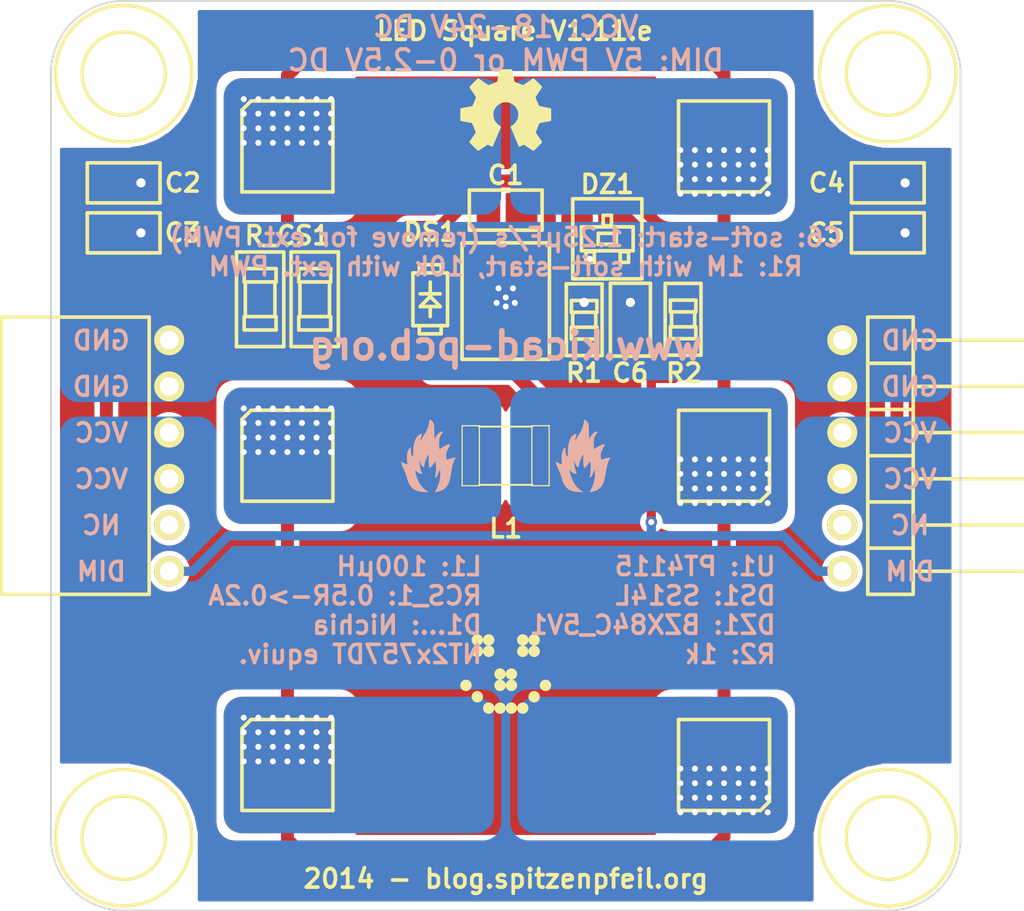
<source format=kicad_pcb>
(kicad_pcb (version 3) (host pcbnew "(2014-03-06 BZR 4736)-product")
  (title_block (title "LED-Square PT4115") (date "07 Mar 2014") (rev 1.11.e) (company "2014 - blog.spitzenpfeil.org"))
  (layers (15 Front signal) (0 Back signal) (20 B.SilkS user) (21 F.SilkS user) (22 B.Mask user) (23 F.Mask user) (28 Edge.Cuts user))
  (net 0 "")
  (net 1 /CSN)
  (net 2 /D1HS)
  (net 3 /D2HS)
  (net 4 /D3HS)
  (net 5 /D4HS)
  (net 6 /D5HS)
  (net 7 /D6HS)
  (net 8 /DIM)
  (net 9 /SW)
  (net 10 /_dim)
  (net 11 GND)
  (net 12 "Net-(P1-Pad5)")
  (net 13 "Net-(P2-Pad2)")
  (net 14 VCC)
  (module MADW__SOT89-5 (layer Front) (at 87 111.5)
    (fp_text reference U1 hide)
    (fp_text value PT4115-SOT89-5 hide)
    (pad 1 smd rect (at -1.50114 1.89992) (size 0.70104 1.6002) (layers Front F.Mask) (net 9 /SW) (clearance 0.39878))
    (pad 2 smd rect (at 0 1.6002) (size 1.00076 2.19964) (layers Front F.Mask) (net 11 GND) (clearance 0.39878))
    (pad 3 smd rect (at 1.50114 1.89992) (size 0.70104 1.6002) (layers Front F.Mask) (net 10 /_dim) (clearance 0.39878))
    (pad 4 smd rect (at 1.50114 -1.89992) (size 0.70104 1.6002) (layers Front F.Mask) (net 1 /CSN))
    (pad 5 smd rect (at -1.50114 -1.89992) (size 0.70104 1.6002) (layers Front F.Mask) (net 14 VCC))
    (pad 2 smd rect (at 0 -1.00076) (size 1.80086 3.40106) (layers Front F.Mask) (net 11 GND) (clearance 0.20066))
    (pad 2 thru_hole rect (at -0.50038 0.09906) (size 0.635 0.635) (drill 0.3302) (layers *.Cu F.Mask) (net 11 GND))
    (pad 2 thru_hole rect (at 0.50038 0.09906) (size 0.635 0.635) (drill 0.3302) (layers *.Cu F.Mask) (net 11 GND))
    (pad 2 thru_hole rect (at 0.39878 -0.70104) (size 0.635 0.635) (drill 0.3302) (layers *.Cu F.Mask) (net 11 GND))
    (pad 2 thru_hole rect (at -0.39878 -0.70104) (size 0.635 0.635) (drill 0.3302) (layers *.Cu F.Mask) (net 11 GND))
    (pad 2 thru_hole rect (at 0 -0.20066) (size 0.635 0.635) (drill 0.3302) (layers *.Cu F.Mask) (net 11 GND))
    (pad 2 thru_hole rect (at 0 0.29972) (size 0.635 0.635) (drill 0.3302) (layers *.Cu F.Mask) (net 11 GND))
  )
  (module my_parts:MADW__Nichia-NT2x757DT (layer Front) (at 75.00112 119.99976 270)
    (fp_text reference D6 hide)
    (fp_text value LED hide)
    (pad 2 smd rect (at -0.63 0 270) (size 1.53 2.3) (layers Front F.Mask) (net 7 /D6HS))
    (pad 2 smd rect (at -1.69 0 270) (size 0.7 3.15) (layers Front F.Mask) (net 7 /D6HS))
    (pad 1 smd rect (at 1.1 0 270) (size 0.58 2.3) (layers Front F.Mask) (net 6 /D5HS))
    (pad 1 smd rect (at 1.68 0 270) (size 0.7 3.15) (layers Front F.Mask) (net 6 /D5HS))
  )
  (module my_parts:MADW__R0805 (layer Front) (at 96.75 112.5 90)
    (fp_text reference R2 (at -2.95 0.05 180) (layer F.SilkS) (effects (font (thickness 0.2))))
    (fp_text value 1k hide)
    (pad 1 smd rect (at -0.94996 0 90) (size 1.29794 1.4986) (layers Front F.Mask) (net 8 /DIM))
    (pad 2 smd rect (at 0.94996 0 90) (size 1.29794 1.4986) (layers Front F.Mask) (net 10 /_dim))
  )
  (module -L1812 (layer Front) (at 87.00008 119.99976 180)
    (fp_text reference L1 (at 0.00008 -4.00024 180) (layer F.SilkS) (effects (font (size 1.016 1.016) (thickness 0.2032))))
    (fp_text value 100µH hide)
    (pad 1 smd rect (at -1.94818 0 180) (size 2.49936 4.50088) (layers Front F.Mask) (net 9 /SW))
    (pad 2 smd rect (at 1.94818 0 180) (size 2.49936 4.50088) (layers Front F.Mask) (net 7 /D6HS))
  )
  (module MADW__edge-connector_SIL6_female (layer Front) (at 68.50126 119.99976)
    (fp_text reference P1 hide)
    (fp_text value IN hide)
    (pad 3 thru_hole circle (at 0 -1.27) (size 1.651 1.651) (drill 1.016) (layers *.Cu *.Mask F.SilkS) (net 14 VCC))
    (pad 4 thru_hole circle (at 0 1.27) (size 1.651 1.651) (drill 1.016) (layers *.Cu *.Mask F.SilkS) (net 14 VCC))
    (pad 2 thru_hole circle (at 0 -3.81) (size 1.651 1.651) (drill 1.016) (layers *.Cu *.Mask F.SilkS) (net 11 GND))
    (pad 1 thru_hole circle (at 0 -6.35) (size 1.651 1.651) (drill 1.016) (layers *.Cu *.Mask F.SilkS) (net 11 GND))
    (pad 5 thru_hole circle (at 0 3.81) (size 1.651 1.651) (drill 1.016) (layers *.Cu *.Mask F.SilkS) (net 12 "Net-(P1-Pad5)"))
    (pad 6 thru_hole circle (at 0 6.35) (size 1.651 1.651) (drill 1.016) (layers *.Cu *.Mask F.SilkS) (net 8 /DIM))
  )
  (module MADW__edge-connector_SIL6_male (layer Front) (at 105.4989 119.99976 180)
    (fp_text reference P2 hide)
    (fp_text value OUT hide)
    (pad 3 thru_hole circle (at 0 -1.27 180) (size 1.651 1.651) (drill 1.016) (layers *.Cu *.Mask F.SilkS) (net 14 VCC))
    (pad 4 thru_hole circle (at 0 1.27 180) (size 1.651 1.651) (drill 1.016) (layers *.Cu *.Mask F.SilkS) (net 14 VCC))
    (pad 2 thru_hole circle (at 0 -3.81 180) (size 1.651 1.651) (drill 1.016) (layers *.Cu *.Mask F.SilkS) (net 13 "Net-(P2-Pad2)"))
    (pad 1 thru_hole circle (at 0 -6.35 180) (size 1.651 1.651) (drill 1.016) (layers *.Cu *.Mask F.SilkS) (net 8 /DIM))
    (pad 5 thru_hole circle (at 0 3.81 180) (size 1.651 1.651) (drill 1.016) (layers *.Cu *.Mask F.SilkS) (net 11 GND))
    (pad 6 thru_hole circle (at 0 6.35 180) (size 1.651 1.651) (drill 1.016) (layers *.Cu *.Mask F.SilkS) (net 11 GND))
  )
  (module MADW__mounting_hole_3mm (layer Front) (at 108.0008 98.99904)
    (fp_text reference MH2 hide)
    (fp_text value CONN_1 hide)
    (pad "" np_thru_hole circle (at 0 0) (size 3 3) (drill 3) (layers *.Cu *.Mask F.SilkS) (clearance 2.55))
  )
  (module MADW__mounting_hole_3mm (layer Front) (at 65.99936 141.00048)
    (fp_text reference MH4 hide)
    (fp_text value CONN_1 hide)
    (pad "" np_thru_hole circle (at 0 0) (size 3 3) (drill 3) (layers *.Cu *.Mask F.SilkS) (clearance 2.55))
  )
  (module MADW__mounting_hole_3mm (layer Front) (at 108.0008 141.00048)
    (fp_text reference MH3 hide)
    (fp_text value CONN_1 hide)
    (pad "" np_thru_hole circle (at 0 0) (size 3 3) (drill 3) (layers *.Cu *.Mask F.SilkS) (clearance 2.55))
  )
  (module MADW__mounting_hole_3mm (layer Front) (at 65.99936 98.99904)
    (fp_text reference MH1 hide)
    (fp_text value CONN_1 hide)
    (pad "" np_thru_hole circle (at 0 0) (size 3 3) (drill 3) (layers *.Cu *.Mask F.SilkS) (clearance 2.55))
  )
  (module my_parts:MADW__diode_sub-SMA (layer Front) (at 82.85 111.4 90)
    (fp_text reference DS1 (at 3.7 0 180) (layer F.SilkS) (effects (font (thickness 0.2))))
    (fp_text value "SS14L (40V, 1A)" hide)
    (pad 1 smd rect (at -1.7 0 90) (size 1.8 1.8) (layers Front F.Mask) (net 9 /SW))
    (pad 2 smd rect (at 1.7 0 90) (size 1.8 1.8) (layers Front F.Mask) (net 14 VCC))
  )
  (module my_parts:MADW__C0805 (layer Front) (at 87 106.5)
    (fp_text reference C1 (at 0 -1.92) (layer F.SilkS) (effects (font (thickness 0.2))))
    (fp_text value 10µF hide)
    (pad 1 smd rect (at -0.94996 0) (size 1.29794 1.4986) (layers Front F.Mask) (net 14 VCC))
    (pad 2 smd rect (at 0.94996 0) (size 1.29794 1.4986) (layers Front F.Mask) (net 11 GND))
  )
  (module my_parts:MADW__SOT23 (layer Front) (at 92.583 108.077)
    (fp_text reference DZ1 (at 0 -3) (layer F.SilkS) (effects (font (thickness 0.2))))
    (fp_text value BZX84C_5V1 hide)
    (pad 1 smd rect (at -0.95 1.1) (size 1 1.4) (layers Front F.Mask) (net 11 GND))
    (pad 2 smd rect (at 0.95 1.1) (size 0.8 1) (layers Front F.Mask))
    (pad 3 smd rect (at 0 -1.1) (size 1 1.4) (layers Front F.Mask) (net 10 /_dim))
  )
  (module my_parts:MADW__C0805 (layer Front) (at 108.0008 107.74934)
    (fp_text reference C5 (at -3.3508 0.00066) (layer F.SilkS) (effects (font (thickness 0.2))))
    (fp_text value 10µF hide)
    (pad 1 smd rect (at -0.94996 0) (size 1.29794 1.4986) (layers Front F.Mask) (net 14 VCC))
    (pad 2 smd rect (at 0.94996 0) (size 1.29794 1.4986) (layers Front F.Mask) (net 11 GND))
  )
  (module my_parts:MADW__C0805 (layer Front) (at 108.0008 105.00106)
    (fp_text reference C4 (at -3.3508 -0.00106) (layer F.SilkS) (effects (font (thickness 0.2))))
    (fp_text value 10µF hide)
    (pad 1 smd rect (at -0.94996 0) (size 1.29794 1.4986) (layers Front F.Mask) (net 14 VCC))
    (pad 2 smd rect (at 0.94996 0) (size 1.29794 1.4986) (layers Front F.Mask) (net 11 GND))
  )
  (module my_parts:MADW__C0805 (layer Front) (at 65.99936 107.74934)
    (fp_text reference C3 (at 3.25064 0.00066) (layer F.SilkS) (effects (font (thickness 0.2))))
    (fp_text value 10µF hide)
    (pad 1 smd rect (at -0.94996 0) (size 1.29794 1.4986) (layers Front F.Mask) (net 14 VCC))
    (pad 2 smd rect (at 0.94996 0) (size 1.29794 1.4986) (layers Front F.Mask) (net 11 GND))
  )
  (module my_parts:MADW__C0805 (layer Front) (at 65.99936 105.00106)
    (fp_text reference C2 (at 3.25064 -0.00106) (layer F.SilkS) (effects (font (thickness 0.2))))
    (fp_text value 10µF hide)
    (pad 1 smd rect (at -0.94996 0) (size 1.29794 1.4986) (layers Front F.Mask) (net 14 VCC))
    (pad 2 smd rect (at 0.94996 0) (size 1.29794 1.4986) (layers Front F.Mask) (net 11 GND))
  )
  (module my_parts:MADW__Nichia-NT2x757DT (layer Front) (at 75.00112 136.99998 270)
    (fp_text reference D5 hide)
    (fp_text value LED hide)
    (pad 2 smd rect (at -0.63 0 270) (size 1.53 2.3) (layers Front F.Mask) (net 6 /D5HS))
    (pad 2 smd rect (at -1.69 0 270) (size 0.7 3.15) (layers Front F.Mask) (net 6 /D5HS))
    (pad 1 smd rect (at 1.1 0 270) (size 0.58 2.3) (layers Front F.Mask) (net 5 /D4HS))
    (pad 1 smd rect (at 1.68 0 270) (size 0.7 3.15) (layers Front F.Mask) (net 5 /D4HS))
  )
  (module my_parts:MADW__Nichia-NT2x757DT (layer Front) (at 98.99904 102.99954 90)
    (fp_text reference D2 hide)
    (fp_text value LED hide)
    (pad 2 smd rect (at -0.63 0 90) (size 1.53 2.3) (layers Front F.Mask) (net 3 /D2HS))
    (pad 2 smd rect (at -1.69 0 90) (size 0.7 3.15) (layers Front F.Mask) (net 3 /D2HS))
    (pad 1 smd rect (at 1.1 0 90) (size 0.58 2.3) (layers Front F.Mask) (net 2 /D1HS))
    (pad 1 smd rect (at 1.68 0 90) (size 0.7 3.15) (layers Front F.Mask) (net 2 /D1HS))
  )
  (module my_parts:MADW__Nichia-NT2x757DT (layer Front) (at 98.99904 136.99998 90)
    (fp_text reference D4 hide)
    (fp_text value LED hide)
    (pad 2 smd rect (at -0.63 0 90) (size 1.53 2.3) (layers Front F.Mask) (net 5 /D4HS))
    (pad 2 smd rect (at -1.69 0 90) (size 0.7 3.15) (layers Front F.Mask) (net 5 /D4HS))
    (pad 1 smd rect (at 1.1 0 90) (size 0.58 2.3) (layers Front F.Mask) (net 4 /D3HS))
    (pad 1 smd rect (at 1.68 0 90) (size 0.7 3.15) (layers Front F.Mask) (net 4 /D3HS))
  )
  (module my_parts:MADW__Nichia-NT2x757DT (layer Front) (at 98.99904 119.99976 90)
    (fp_text reference D3 hide)
    (fp_text value LED hide)
    (pad 2 smd rect (at -0.63 0 90) (size 1.53 2.3) (layers Front F.Mask) (net 4 /D3HS))
    (pad 2 smd rect (at -1.69 0 90) (size 0.7 3.15) (layers Front F.Mask) (net 4 /D3HS))
    (pad 1 smd rect (at 1.1 0 90) (size 0.58 2.3) (layers Front F.Mask) (net 3 /D2HS))
    (pad 1 smd rect (at 1.68 0 90) (size 0.7 3.15) (layers Front F.Mask) (net 3 /D2HS))
  )
  (module my_parts:MADW__Nichia-NT2x757DT (layer Front) (at 75.00112 102.99954 270)
    (fp_text reference D1 hide)
    (fp_text value LED hide)
    (pad 2 smd rect (at -0.63 0 270) (size 1.53 2.3) (layers Front F.Mask) (net 2 /D1HS))
    (pad 2 smd rect (at -1.69 0 270) (size 0.7 3.15) (layers Front F.Mask) (net 2 /D1HS))
    (pad 1 smd rect (at 1.1 0 270) (size 0.58 2.3) (layers Front F.Mask) (net 1 /CSN))
    (pad 1 smd rect (at 1.68 0 270) (size 0.7 3.15) (layers Front F.Mask) (net 1 /CSN))
  )
  (module my_parts:MADW__C0805 (layer Front) (at 93.853 112.522 90)
    (fp_text reference C6 (at -2.928 -0.003 180) (layer F.SilkS) (effects (font (thickness 0.2))))
    (fp_text value 1.25µF/s hide)
    (pad 1 smd rect (at -0.94996 0 90) (size 1.29794 1.4986) (layers Front F.Mask) (net 10 /_dim))
    (pad 2 smd rect (at 0.94996 0 90) (size 1.29794 1.4986) (layers Front F.Mask) (net 11 GND))
  )
  (module my_parts:MADW__R0805 (layer Front) (at 91.313 112.522 90)
    (fp_text reference R1 (at -2.928 -0.013 180) (layer F.SilkS) (effects (font (thickness 0.2))))
    (fp_text value 1M hide)
    (pad 1 smd rect (at -0.94996 0 90) (size 1.29794 1.4986) (layers Front F.Mask) (net 10 /_dim))
    (pad 2 smd rect (at 0.94996 0 90) (size 1.29794 1.4986) (layers Front F.Mask) (net 11 GND))
  )
  (module oshw-logo:OSHW-logo_silkscreen_5mm (layer Front) (at 87 101)
    (fp_text reference G1 hide)
    (fp_text value OSHW-logo_silkscreen_5mm hide)
  )
  (module led-smile:LED_smile_silkscreen_5mm (layer Front) (at 87 132)
    (fp_text reference G2 hide)
    (fp_text value LED_smile_silkscreen_5mm hide)
  )
  (module my_parts:MADW__R1206 (layer Front) (at 73.5 111.4 90)
    (fp_text reference R_CS1 (at 3.5 1.5 180) (layer F.SilkS) (effects (font (thickness 0.2))))
    (fp_text value 1R1 hide)
    (pad 1 smd rect (at -1.41986 0 90) (size 1.59766 1.80086) (layers Front F.Mask) (net 14 VCC))
    (pad 2 smd rect (at 1.41986 0 90) (size 1.59766 1.80086) (layers Front F.Mask) (net 1 /CSN))
  )
  (module my_parts:MADW__R1206 (layer Front) (at 76.5 111.4 90)
    (fp_text reference R_CS2 hide)
    (fp_text value 1R1 hide)
    (pad 1 smd rect (at -1.41986 0 90) (size 1.59766 1.80086) (layers Front F.Mask) (net 14 VCC))
    (pad 2 smd rect (at 1.41986 0 90) (size 1.59766 1.80086) (layers Front F.Mask) (net 1 /CSN))
  )
  (module fire:fire_silkscreen-back_4mm (layer Back) (at 91.25 120)
    (fp_text reference G*** hide)
    (fp_text value fire_silkscreen-back_4mm hide)
  )
  (module fire:fire_silkscreen-back_4mm (layer Back) (at 82.75 120)
    (fp_text reference G*** hide)
    (fp_text value fire_silkscreen-back_4mm hide)
  )
  (gr_text "C6: soft-start: 1.25µF/s (remove for ext. PWM)\nR1: 1M with soft-start, 10k with ext. PWM" (at 87 108.8) (layer B.SilkS) (effects (font (size 1 1) (thickness 0.2)) (justify mirror)))
  (gr_line (start 66 95) (end 108 95) (angle 90) (layer Edge.Cuts) (width 0.1))
  (gr_line (start 66 145) (end 108 145) (angle 90) (layer Edge.Cuts) (width 0.1))
  (gr_line (start 62 141) (end 62 99) (angle 90) (layer Edge.Cuts) (width 0.1))
  (gr_line (start 112 99) (end 112 141) (angle 90) (layer Edge.Cuts) (width 0.1))
  (gr_arc (start 108 141) (end 112 141) (angle 90) (layer Edge.Cuts) (width 0.1))
  (gr_arc (start 66 141) (end 66 145) (angle 90) (layer Edge.Cuts) (width 0.1))
  (gr_arc (start 108 99) (end 108 95) (angle 90) (layer Edge.Cuts) (width 0.1))
  (gr_arc (start 66 99) (end 62 99) (angle 90) (layer Edge.Cuts) (width 0.1))
  (gr_text "L1: 100µH\nRCS_1: 0.5R->0.2A\nD1...: Nichia \nNT2x757DT equiv." (at 85.8 128.5) (layer B.SilkS) (effects (font (size 1 1) (thickness 0.2)) (justify left mirror)))
  (gr_text "U1: PT4115\nDS1: SS14L\nDZ1: BZX84C_5V1\nR2: 1k" (at 101.95 128.5) (layer B.SilkS) (effects (font (size 1 1) (thickness 0.2)) (justify left mirror)))
  (gr_text "2014 - blog.spitzenpfeil.org" (at 87 143.25) (layer F.SilkS) (effects (font (size 1.016 1.016) (thickness 0.2032))))
  (gr_text www.kicad-pcb.org (at 87 113.95) (layer B.SilkS) (effects (font (size 1.5 1.5) (thickness 0.3048)) (justify mirror)))
  (gr_circle (center 108.0008 141.00048) (end 111.74984 141.2494) (layer F.SilkS) (width 0.2))
  (gr_circle (center 108.0008 98.99904) (end 111.74984 98.99904) (layer F.SilkS) (width 0.2))
  (gr_circle (center 65.99936 141.00048) (end 62.25032 141.00048) (layer F.SilkS) (width 0.2))
  (gr_circle (center 65.99936 98.99904) (end 62.25032 98.99904) (layer F.SilkS) (width 0.2))
  (gr_text "LED Square V1.11.e\n" (at 87.5 96.65) (layer F.SilkS) (effects (font (size 1.016 1.016) (thickness 0.2032))))
  (gr_text GND (at 109.22 113.665) (layer B.SilkS) (effects (font (size 1.016 1.016) (thickness 0.2032)) (justify mirror)))
  (gr_text VCC (at 109.22 118.745) (layer B.SilkS) (effects (font (size 1.016 1.016) (thickness 0.2032)) (justify mirror)))
  (gr_text GND (at 109.22 116.205) (layer B.SilkS) (effects (font (size 1.016 1.016) (thickness 0.2032)) (justify mirror)))
  (gr_text VCC (at 109.22 121.285) (layer B.SilkS) (effects (font (size 1.016 1.016) (thickness 0.2032)) (justify mirror)))
  (gr_text DIM (at 109.22 126.365) (layer B.SilkS) (effects (font (size 1.016 1.016) (thickness 0.2032)) (justify mirror)))
  (gr_text NC (at 109.22 123.825) (layer B.SilkS) (effects (font (size 1.016 1.016) (thickness 0.2032)) (justify mirror)))
  (gr_text "VCC: 18-24V DC\nDIM: 5V PWM or 0-2.5V DC" (at 87 97.35) (layer B.SilkS) (effects (font (size 1.143 1.143) (thickness 0.2032)) (justify mirror)))
  (gr_text NC (at 64.77 123.825) (layer B.SilkS) (effects (font (size 1.016 1.016) (thickness 0.2032)) (justify mirror)))
  (gr_text DIM (at 64.77 126.365) (layer B.SilkS) (effects (font (size 1.016 1.016) (thickness 0.2032)) (justify mirror)))
  (gr_text VCC (at 64.77 121.285) (layer B.SilkS) (effects (font (size 1.016 1.016) (thickness 0.2032)) (justify mirror)))
  (gr_text GND (at 64.77 116.205) (layer B.SilkS) (effects (font (size 1.016 1.016) (thickness 0.2032)) (justify mirror)))
  (gr_text VCC (at 64.77 118.745) (layer B.SilkS) (effects (font (size 1.016 1.016) (thickness 0.2032)) (justify mirror)))
  (gr_text GND (at 64.77 113.665) (layer B.SilkS) (effects (font (size 1.016 1.016) (thickness 0.2032)) (justify mirror)))
  (segment (start 76.5 109.98014) (end 79.06986 109.98014) (width 0.7112) (layer Front) (net 1))
  (segment (start 89.09992 109.60008) (end 88.50114 109.60008) (width 0.7112) (layer Front) (net 1))
  (segment (start 89.4 109.3) (end 89.09992 109.60008) (width 0.7112) (layer Front) (net 1))
  (segment (start 89.4 105.3) (end 89.4 109.3) (width 0.7112) (layer Front) (net 1))
  (segment (start 89 104.9) (end 89.4 105.3) (width 0.7112) (layer Front) (net 1))
  (segment (start 85.1 104.9) (end 89 104.9) (width 0.7112) (layer Front) (net 1))
  (segment (start 84.55 105.45) (end 85.1 104.9) (width 0.7112) (layer Front) (net 1))
  (segment (start 84.55 106.3) (end 84.55 105.45) (width 0.7112) (layer Front) (net 1))
  (segment (start 83.4 107.45) (end 84.55 106.3) (width 0.7112) (layer Front) (net 1))
  (segment (start 81.6 107.45) (end 83.4 107.45) (width 0.7112) (layer Front) (net 1))
  (segment (start 79.06986 109.98014) (end 81.6 107.45) (width 0.7112) (layer Front) (net 1))
  (segment (start 75 109.98014) (end 75 104.68066) (width 0.7112) (layer Front) (net 1))
  (segment (start 75 104.68066) (end 75.00112 104.67954) (width 0.7112) (layer Front) (net 1))
  (segment (start 73.5 109.98014) (end 75 109.98014) (width 0.7112) (layer Front) (net 1))
  (segment (start 75 109.98014) (end 76.5 109.98014) (width 0.7112) (layer Front) (net 1))
  (segment (start 75.00112 104.68954) (end 75.00112 104.09954) (width 0.2032) (layer Front) (net 1))
  (segment (start 72.6 101.2) (end 73.4 101.2) (width 0.7112) (layer Front) (net 2))
  (via (at 74.2 101.2) (size 0.635) (layers Front Back) (net 2))
  (segment (start 73.4 101.2) (end 74.2 101.2) (width 0.7112) (layer Back) (net 2))
  (via (at 73.4 101.2) (size 0.635) (layers Front Back) (net 2))
  (segment (start 74.2 101.2) (end 75 101.2) (width 0.7112) (layer Front) (net 2))
  (via (at 75 101.2) (size 0.635) (layers Front Back) (net 2))
  (segment (start 75 101.2) (end 75.8 101.2) (width 0.7112) (layer Back) (net 2))
  (via (at 75.8 101.2) (size 0.635) (layers Front Back) (net 2))
  (segment (start 75.8 101.2) (end 76.6 101.2) (width 0.7112) (layer Front) (net 2))
  (via (at 76.6 101.2) (size 0.635) (layers Front Back) (net 2))
  (segment (start 76.6 101.2) (end 76.6 102) (width 0.7112) (layer Back) (net 2))
  (via (at 76.6 102) (size 0.635) (layers Front Back) (net 2))
  (segment (start 76.6 102) (end 75.8 102) (width 0.7112) (layer Front) (net 2))
  (via (at 75.8 102) (size 0.635) (layers Front Back) (net 2))
  (segment (start 75.8 102) (end 75 102) (width 0.7112) (layer Back) (net 2))
  (via (at 75 102) (size 0.635) (layers Front Back) (net 2))
  (segment (start 75 102) (end 74.2 102) (width 0.7112) (layer Front) (net 2))
  (via (at 74.2 102) (size 0.635) (layers Front Back) (net 2))
  (segment (start 74.2 102) (end 73.4 102) (width 0.7112) (layer Back) (net 2))
  (via (at 73.4 102) (size 0.635) (layers Front Back) (net 2))
  (segment (start 75.6 98.5) (end 75.00112 99.09888) (width 0.7112) (layer Front) (net 2))
  (segment (start 75.6 98.5) (end 98.5 98.5) (width 0.7112) (layer Front) (net 2))
  (segment (start 98.5 98.5) (end 98.99904 98.99904) (width 0.7112) (layer Front) (net 2))
  (segment (start 98.99904 101.31954) (end 98.99904 98.99904) (width 0.7112) (layer Front) (net 2))
  (segment (start 75.00112 99.09888) (end 75.00112 101.30954) (width 0.7112) (layer Front) (net 2))
  (segment (start 98.99904 101.31954) (end 98.99904 101.89954) (width 0.508) (layer Front) (net 2))
  (segment (start 75.00112 102.36954) (end 75.00112 102.79888) (width 0.7112) (layer Front) (net 2))
  (segment (start 75.00112 102.79888) (end 75 102.8) (width 0.7112) (layer Front) (net 2))
  (via (at 75 102.8) (size 0.635) (drill 0.3302) (layers Front Back) (net 2))
  (segment (start 75 102.8) (end 74.2 102.8) (width 0.7112) (layer Back) (net 2))
  (via (at 74.2 102.8) (size 0.635) (drill 0.3302) (layers Front Back) (net 2))
  (segment (start 74.2 102.8) (end 73.4 102.8) (width 0.7112) (layer Front) (net 2))
  (via (at 73.4 102.8) (size 0.635) (drill 0.3302) (layers Front Back) (net 2))
  (segment (start 73.4 102.8) (end 72.6 102.8) (width 0.7112) (layer Back) (net 2))
  (via (at 72.6 102.8) (size 0.635) (drill 0.3302) (layers Front Back) (net 2))
  (via (at 75 100.4) (size 0.635) (drill 0.3302) (layers Front Back) (net 2))
  (segment (start 72.6 102.8) (end 72.6 102) (width 0.7112) (layer Front) (net 2))
  (via (at 72.6 102) (size 0.635) (drill 0.3302) (layers Front Back) (net 2))
  (segment (start 72.6 102) (end 72.6 101.2) (width 0.7112) (layer Back) (net 2))
  (via (at 72.6 101.2) (size 0.635) (drill 0.3302) (layers Front Back) (net 2))
  (segment (start 72.6 101.2) (end 72.6 100.4) (width 0.7112) (layer Front) (net 2))
  (via (at 72.6 100.4) (size 0.635) (drill 0.3302) (layers Front Back) (net 2))
  (segment (start 72.6 100.4) (end 73.4 100.4) (width 0.7112) (layer Back) (net 2))
  (via (at 73.4 100.4) (size 0.635) (drill 0.3302) (layers Front Back) (net 2))
  (segment (start 73.4 100.4) (end 74.2 100.4) (width 0.7112) (layer Front) (net 2))
  (via (at 74.2 100.4) (size 0.635) (drill 0.3302) (layers Front Back) (net 2))
  (segment (start 74.2 100.4) (end 75 100.4) (width 0.7112) (layer Back) (net 2))
  (segment (start 75 100.4) (end 75 101.4) (width 0.7112) (layer Front) (net 2))
  (segment (start 75 101.4) (end 75.00112 101.30954) (width 0.7112) (layer Front) (net 2))
  (segment (start 75 100.4) (end 75.8 100.4) (width 0.7112) (layer Front) (net 2))
  (via (at 75.8 100.4) (size 0.635) (drill 0.3302) (layers Front Back) (net 2))
  (segment (start 75.8 100.4) (end 76.6 100.4) (width 0.7112) (layer Back) (net 2))
  (via (at 76.6 100.4) (size 0.635) (drill 0.3302) (layers Front Back) (net 2))
  (segment (start 76.6 100.4) (end 77.4 100.4) (width 0.7112) (layer Front) (net 2))
  (via (at 77.4 100.4) (size 0.635) (drill 0.3302) (layers Front Back) (net 2))
  (segment (start 77.4 100.4) (end 77.4 101.2) (width 0.7112) (layer Back) (net 2))
  (via (at 77.4 101.2) (size 0.635) (drill 0.3302) (layers Front Back) (net 2))
  (segment (start 77.4 101.2) (end 77.4 102) (width 0.7112) (layer Front) (net 2))
  (via (at 77.4 102) (size 0.635) (drill 0.3302) (layers Front Back) (net 2))
  (via (at 77.4 102.8) (size 0.635) (drill 0.3302) (layers Front Back) (net 2))
  (segment (start 77.4 102) (end 77.4 102.8) (width 0.7112) (layer Back) (net 2))
  (segment (start 77.4 102.8) (end 76.6 102.8) (width 0.7112) (layer Front) (net 2))
  (via (at 75.8 102.8) (size 0.635) (drill 0.3302) (layers Front Back) (net 2))
  (segment (start 76.6 102.8) (end 75.8 102.8) (width 0.7112) (layer Back) (net 2))
  (via (at 76.6 102.8) (size 0.635) (drill 0.3302) (layers Front Back) (net 2))
  (segment (start 75.8 102.8) (end 75.00112 102.36954) (width 0.7112) (layer Front) (net 2))
  (segment (start 75.36954 102.36954) (end 75.00112 102.36954) (width 0.7112) (layer Front) (net 2))
  (segment (start 75.8 102.8) (end 75.36954 102.36954) (width 0.7112) (layer Front) (net 2))
  (segment (start 75.00112 101.30954) (end 75.00112 100.40112) (width 0.7112) (layer Front) (net 2))
  (segment (start 75.00112 100.40112) (end 75 100.4) (width 0.7112) (layer Front) (net 2))
  (segment (start 96.6 104) (end 97.4 104) (width 0.2032) (layer Back) (net 3))
  (via (at 97.4 104.8) (size 0.635) (layers Front Back) (net 3))
  (segment (start 98.2 104.8) (end 97.4 104.8) (width 0.2032) (layer Front) (net 3))
  (via (at 98.2 104.8) (size 0.635) (layers Front Back) (net 3))
  (segment (start 99 104.8) (end 98.2 104.8) (width 0.2032) (layer Back) (net 3))
  (via (at 99 104.8) (size 0.635) (layers Front Back) (net 3))
  (segment (start 99.2 104.8) (end 99 104.8) (width 0.2032) (layer Front) (net 3))
  (segment (start 99.8 104.8) (end 99.2 104.8) (width 0.2032) (layer Front) (net 3))
  (via (at 99.8 104.8) (size 0.635) (layers Front Back) (net 3))
  (segment (start 100.6 104.8) (end 99.8 104.8) (width 0.2032) (layer Back) (net 3))
  (via (at 100.6 104.8) (size 0.635) (layers Front Back) (net 3))
  (segment (start 100.6 104) (end 100.6 104.8) (width 0.2032) (layer Front) (net 3))
  (via (at 100.6 104) (size 0.635) (layers Front Back) (net 3))
  (segment (start 99.8 104) (end 100.6 104) (width 0.2032) (layer Back) (net 3))
  (via (at 99.8 104) (size 0.635) (layers Front Back) (net 3))
  (segment (start 99 104) (end 99.8 104) (width 0.2032) (layer Front) (net 3))
  (via (at 99 104) (size 0.635) (layers Front Back) (net 3))
  (segment (start 98.2 104) (end 99 104) (width 0.2032) (layer Back) (net 3))
  (via (at 98.2 104) (size 0.635) (layers Front Back) (net 3))
  (segment (start 97.4 104) (end 98.2 104) (width 0.2032) (layer Front) (net 3))
  (via (at 97.4 104) (size 0.635) (layers Front Back) (net 3))
  (segment (start 99 105.6) (end 98.2 105.6) (width 0.7112) (layer Front) (net 3))
  (segment (start 98.99904 105.59904) (end 99 105.6) (width 0.7112) (layer Front) (net 3))
  (via (at 99 105.6) (size 0.635) (drill 0.3302) (layers Front Back) (net 3))
  (segment (start 99 105.6) (end 99.8 105.6) (width 0.7112) (layer Back) (net 3))
  (via (at 99.8 105.6) (size 0.635) (drill 0.3302) (layers Front Back) (net 3))
  (segment (start 99.8 105.6) (end 100.6 105.6) (width 0.7112) (layer Front) (net 3))
  (via (at 100.6 105.6) (size 0.635) (drill 0.3302) (layers Front Back) (net 3))
  (segment (start 100.6 105.6) (end 101.4 105.6) (width 0.7112) (layer Back) (net 3))
  (via (at 101.4 105.6) (size 0.635) (drill 0.3302) (layers Front Back) (net 3))
  (segment (start 101.4 105.6) (end 101.4 104.8) (width 0.7112) (layer Front) (net 3))
  (via (at 101.4 104.8) (size 0.635) (drill 0.3302) (layers Front Back) (net 3))
  (segment (start 101.4 104.8) (end 101.4 104) (width 0.7112) (layer Back) (net 3))
  (via (at 101.4 104) (size 0.635) (drill 0.3302) (layers Front Back) (net 3))
  (segment (start 101.4 104) (end 101.4 103.2) (width 0.7112) (layer Front) (net 3))
  (via (at 101.4 103.2) (size 0.635) (drill 0.3302) (layers Front Back) (net 3))
  (segment (start 101.4 103.2) (end 100.6 103.2) (width 0.7112) (layer Back) (net 3))
  (via (at 100.6 103.2) (size 0.635) (drill 0.3302) (layers Front Back) (net 3))
  (segment (start 98.99904 104.68954) (end 98.99904 105.59904) (width 0.7112) (layer Front) (net 3))
  (segment (start 99.8 103.2) (end 100.6 103.2) (width 0.7112) (layer Front) (net 3))
  (via (at 99.8 103.2) (size 0.635) (drill 0.3302) (layers Front Back) (net 3))
  (segment (start 99 103.2) (end 99.8 103.2) (width 0.7112) (layer Back) (net 3))
  (via (at 99 103.2) (size 0.635) (drill 0.3302) (layers Front Back) (net 3))
  (segment (start 98.2 103.2) (end 99 103.2) (width 0.7112) (layer Front) (net 3))
  (via (at 98.2 103.2) (size 0.635) (drill 0.3302) (layers Front Back) (net 3))
  (segment (start 97.4 103.2) (end 98.2 103.2) (width 0.7112) (layer Back) (net 3))
  (via (at 97.4 103.2) (size 0.635) (drill 0.3302) (layers Front Back) (net 3))
  (segment (start 96.6 103.2) (end 97.4 103.2) (width 0.7112) (layer Front) (net 3))
  (via (at 96.6 103.2) (size 0.635) (drill 0.3302) (layers Front Back) (net 3))
  (segment (start 96.6 104) (end 96.6 103.2) (width 0.7112) (layer Back) (net 3))
  (via (at 96.6 104) (size 0.635) (drill 0.3302) (layers Front Back) (net 3))
  (segment (start 96.6 104.8) (end 96.6 104) (width 0.7112) (layer Front) (net 3))
  (via (at 96.6 104.8) (size 0.635) (drill 0.3302) (layers Front Back) (net 3))
  (segment (start 96.6 105.6) (end 96.6 104.8) (width 0.7112) (layer Back) (net 3))
  (via (at 96.6 105.6) (size 0.635) (drill 0.3302) (layers Front Back) (net 3))
  (segment (start 97.4 105.6) (end 96.6 105.6) (width 0.7112) (layer Front) (net 3))
  (via (at 97.4 105.6) (size 0.635) (drill 0.3302) (layers Front Back) (net 3))
  (segment (start 98.2 105.6) (end 97.4 105.6) (width 0.7112) (layer Back) (net 3))
  (via (at 98.2 105.6) (size 0.635) (drill 0.3302) (layers Front Back) (net 3))
  (segment (start 98.99904 118.30976) (end 98.99904 118.89976) (width 0.2032) (layer Front) (net 3))
  (segment (start 98.99904 103.62954) (end 98.99904 104.67954) (width 0.2032) (layer Front) (net 3))
  (segment (start 98.99904 118.30976) (end 98.99904 104.67954) (width 0.7112) (layer Front) (net 3))
  (segment (start 96.6 121) (end 97.4 121) (width 0.2032) (layer Back) (net 4))
  (via (at 97.4 121.8) (size 0.635) (layers Front Back) (net 4))
  (segment (start 98.2 121.8) (end 97.4 121.8) (width 0.2032) (layer Front) (net 4))
  (via (at 98.2 121.8) (size 0.635) (layers Front Back) (net 4))
  (segment (start 99 121.8) (end 98.2 121.8) (width 0.2032) (layer Back) (net 4))
  (via (at 99 121.8) (size 0.635) (layers Front Back) (net 4))
  (segment (start 99.8 121.8) (end 99 121.8) (width 0.2032) (layer Front) (net 4))
  (via (at 99.8 121.8) (size 0.635) (layers Front Back) (net 4))
  (segment (start 100.6 121.8) (end 99.8 121.8) (width 0.2032) (layer Back) (net 4))
  (via (at 100.6 121.8) (size 0.635) (layers Front Back) (net 4))
  (segment (start 100.6 121) (end 100.6 121.8) (width 0.2032) (layer Front) (net 4))
  (via (at 100.6 121) (size 0.635) (layers Front Back) (net 4))
  (segment (start 99.8 121) (end 100.6 121) (width 0.2032) (layer Back) (net 4))
  (via (at 99.8 121) (size 0.635) (layers Front Back) (net 4))
  (segment (start 99 121) (end 99.8 121) (width 0.2032) (layer Front) (net 4))
  (via (at 99 121) (size 0.635) (layers Front Back) (net 4))
  (segment (start 98.2 121) (end 99 121) (width 0.2032) (layer Back) (net 4))
  (via (at 98.2 121) (size 0.635) (layers Front Back) (net 4))
  (segment (start 97.4 121) (end 98.2 121) (width 0.2032) (layer Front) (net 4))
  (via (at 97.4 121) (size 0.635) (layers Front Back) (net 4))
  (segment (start 98.99904 135.31998) (end 98.99904 135.89998) (width 0.2032) (layer Front) (net 4))
  (segment (start 98.99904 121.68976) (end 98.99904 135.31998) (width 0.7112) (layer Front) (net 4))
  (segment (start 100.6 120.2) (end 99.8 120.2) (width 0.7112) (layer Front) (net 4))
  (segment (start 98.99904 122.59904) (end 99 122.6) (width 0.7112) (layer Front) (net 4))
  (via (at 99 122.6) (size 0.635) (drill 0.3302) (layers Front Back) (net 4))
  (segment (start 99 122.6) (end 99.8 122.6) (width 0.7112) (layer Back) (net 4))
  (via (at 99.8 122.6) (size 0.635) (drill 0.3302) (layers Front Back) (net 4))
  (segment (start 99.8 122.6) (end 100.6 122.6) (width 0.7112) (layer Front) (net 4))
  (via (at 100.6 122.6) (size 0.635) (drill 0.3302) (layers Front Back) (net 4))
  (segment (start 100.6 122.6) (end 101.4 122.6) (width 0.7112) (layer Back) (net 4))
  (via (at 101.4 122.6) (size 0.635) (drill 0.3302) (layers Front Back) (net 4))
  (segment (start 101.4 122.6) (end 101.4 121.8) (width 0.7112) (layer Front) (net 4))
  (via (at 101.4 121.8) (size 0.635) (drill 0.3302) (layers Front Back) (net 4))
  (segment (start 101.4 121.8) (end 101.4 121) (width 0.7112) (layer Back) (net 4))
  (via (at 101.4 121) (size 0.635) (drill 0.3302) (layers Front Back) (net 4))
  (segment (start 101.4 121) (end 101.4 120.2) (width 0.7112) (layer Front) (net 4))
  (via (at 101.4 120.2) (size 0.635) (drill 0.3302) (layers Front Back) (net 4))
  (segment (start 101.4 120.2) (end 100.6 120.2) (width 0.7112) (layer Back) (net 4))
  (via (at 100.6 120.2) (size 0.635) (drill 0.3302) (layers Front Back) (net 4))
  (segment (start 98.99904 121.68976) (end 98.99904 122.59904) (width 0.7112) (layer Front) (net 4))
  (segment (start 98.2 122.6) (end 99 122.6) (width 0.7112) (layer Front) (net 4))
  (via (at 98.2 122.6) (size 0.635) (drill 0.3302) (layers Front Back) (net 4))
  (segment (start 97.4 122.6) (end 98.2 122.6) (width 0.7112) (layer Back) (net 4))
  (via (at 97.4 122.6) (size 0.635) (drill 0.3302) (layers Front Back) (net 4))
  (segment (start 96.6 122.6) (end 97.4 122.6) (width 0.7112) (layer Front) (net 4))
  (via (at 96.6 122.6) (size 0.635) (drill 0.3302) (layers Front Back) (net 4))
  (segment (start 96.6 121.8) (end 96.6 122.6) (width 0.7112) (layer Back) (net 4))
  (via (at 96.6 121.8) (size 0.635) (drill 0.3302) (layers Front Back) (net 4))
  (segment (start 96.6 121) (end 96.6 121.8) (width 0.7112) (layer Front) (net 4))
  (via (at 96.6 121) (size 0.635) (drill 0.3302) (layers Front Back) (net 4))
  (segment (start 96.6 120.2) (end 96.6 121) (width 0.7112) (layer Back) (net 4))
  (via (at 96.6 120.2) (size 0.635) (drill 0.3302) (layers Front Back) (net 4))
  (segment (start 97.4 120.2) (end 96.6 120.2) (width 0.7112) (layer Front) (net 4))
  (via (at 97.4 120.2) (size 0.635) (drill 0.3302) (layers Front Back) (net 4))
  (segment (start 98.2 120.2) (end 97.4 120.2) (width 0.7112) (layer Back) (net 4))
  (via (at 98.2 120.2) (size 0.635) (drill 0.3302) (layers Front Back) (net 4))
  (segment (start 99 120.2) (end 98.2 120.2) (width 0.7112) (layer Front) (net 4))
  (via (at 99 120.2) (size 0.635) (drill 0.3302) (layers Front Back) (net 4))
  (segment (start 99.8 120.2) (end 99 120.2) (width 0.7112) (layer Back) (net 4))
  (via (at 99.8 120.2) (size 0.635) (drill 0.3302) (layers Front Back) (net 4))
  (segment (start 96.6 138) (end 97.4 138) (width 0.2032) (layer Back) (net 5))
  (via (at 97.4 138.8) (size 0.635) (layers Front Back) (net 5))
  (segment (start 98.2 138.8) (end 97.4 138.8) (width 0.2032) (layer Front) (net 5))
  (via (at 98.2 138.8) (size 0.635) (layers Front Back) (net 5))
  (segment (start 99 138.8) (end 98.2 138.8) (width 0.2032) (layer Back) (net 5))
  (via (at 99 138.8) (size 0.635) (layers Front Back) (net 5))
  (segment (start 99.8 138.8) (end 99 138.8) (width 0.2032) (layer Front) (net 5))
  (via (at 99.8 138.8) (size 0.635) (layers Front Back) (net 5))
  (segment (start 100.6 138.8) (end 99.8 138.8) (width 0.2032) (layer Back) (net 5))
  (via (at 100.6 138.8) (size 0.635) (layers Front Back) (net 5))
  (segment (start 100.6 138) (end 100.6 138.8) (width 0.2032) (layer Front) (net 5))
  (via (at 100.6 138) (size 0.635) (layers Front Back) (net 5))
  (segment (start 99.8 138) (end 100.6 138) (width 0.2032) (layer Back) (net 5))
  (via (at 99.8 138) (size 0.635) (layers Front Back) (net 5))
  (segment (start 99 138) (end 99.8 138) (width 0.2032) (layer Front) (net 5))
  (via (at 99 138) (size 0.635) (layers Front Back) (net 5))
  (segment (start 98.2 138) (end 99 138) (width 0.2032) (layer Back) (net 5))
  (via (at 98.2 138) (size 0.635) (layers Front Back) (net 5))
  (segment (start 97.4 138) (end 98.2 138) (width 0.2032) (layer Front) (net 5))
  (via (at 97.4 138) (size 0.635) (layers Front Back) (net 5))
  (segment (start 75.00112 138.67998) (end 75.00112 141.10112) (width 0.7112) (layer Front) (net 5))
  (segment (start 98.99904 140.95096) (end 98.99904 138.68998) (width 0.7112) (layer Front) (net 5))
  (segment (start 98.45 141.5) (end 98.99904 140.95096) (width 0.7112) (layer Front) (net 5))
  (segment (start 75.4 141.5) (end 98.45 141.5) (width 0.7112) (layer Front) (net 5))
  (segment (start 75.00112 141.10112) (end 75.4 141.5) (width 0.7112) (layer Front) (net 5))
  (segment (start 75.00112 138.67998) (end 75.00112 138.09998) (width 0.2032) (layer Front) (net 5))
  (segment (start 100.6 137.2) (end 99.8 137.2) (width 0.7112) (layer Front) (net 5))
  (segment (start 98.99904 139.59904) (end 99 139.6) (width 0.7112) (layer Front) (net 5))
  (segment (start 98.99904 138.68998) (end 98.99904 139.59904) (width 0.7112) (layer Front) (net 5))
  (via (at 99 139.6) (size 0.635) (drill 0.3302) (layers Front Back) (net 5))
  (segment (start 99 139.6) (end 99.8 139.6) (width 0.7112) (layer Back) (net 5))
  (via (at 99.8 139.6) (size 0.635) (drill 0.3302) (layers Front Back) (net 5))
  (segment (start 99.8 139.6) (end 100.6 139.6) (width 0.7112) (layer Front) (net 5))
  (via (at 100.6 139.6) (size 0.635) (drill 0.3302) (layers Front Back) (net 5))
  (segment (start 100.6 139.6) (end 101.4 139.6) (width 0.7112) (layer Back) (net 5))
  (via (at 101.4 139.6) (size 0.635) (drill 0.3302) (layers Front Back) (net 5))
  (segment (start 101.4 139.6) (end 101.4 138.8) (width 0.7112) (layer Front) (net 5))
  (via (at 101.4 138.8) (size 0.635) (drill 0.3302) (layers Front Back) (net 5))
  (segment (start 101.4 138.8) (end 101.4 138) (width 0.7112) (layer Back) (net 5))
  (via (at 101.4 138) (size 0.635) (drill 0.3302) (layers Front Back) (net 5))
  (segment (start 101.4 138) (end 101.4 137.2) (width 0.7112) (layer Front) (net 5))
  (via (at 101.4 137.2) (size 0.635) (drill 0.3302) (layers Front Back) (net 5))
  (segment (start 101.4 137.2) (end 100.6 137.2) (width 0.7112) (layer Back) (net 5))
  (via (at 100.6 137.2) (size 0.635) (drill 0.3302) (layers Front Back) (net 5))
  (segment (start 98.2 139.6) (end 99 139.6) (width 0.7112) (layer Front) (net 5))
  (via (at 98.2 139.6) (size 0.635) (drill 0.3302) (layers Front Back) (net 5))
  (segment (start 97.4 139.6) (end 98.2 139.6) (width 0.7112) (layer Back) (net 5))
  (via (at 97.4 139.6) (size 0.635) (drill 0.3302) (layers Front Back) (net 5))
  (segment (start 96.6 139.6) (end 97.4 139.6) (width 0.7112) (layer Front) (net 5))
  (via (at 96.6 139.6) (size 0.635) (drill 0.3302) (layers Front Back) (net 5))
  (segment (start 96.6 138.8) (end 96.6 139.6) (width 0.7112) (layer Back) (net 5))
  (via (at 96.6 138.8) (size 0.635) (drill 0.3302) (layers Front Back) (net 5))
  (segment (start 96.6 138) (end 96.6 138.8) (width 0.7112) (layer Front) (net 5))
  (via (at 96.6 138) (size 0.635) (drill 0.3302) (layers Front Back) (net 5))
  (segment (start 96.6 137.2) (end 96.6 138) (width 0.7112) (layer Back) (net 5))
  (via (at 96.6 137.2) (size 0.635) (drill 0.3302) (layers Front Back) (net 5))
  (segment (start 97.4 137.2) (end 96.6 137.2) (width 0.7112) (layer Front) (net 5))
  (via (at 97.4 137.2) (size 0.635) (drill 0.3302) (layers Front Back) (net 5))
  (segment (start 98.2 137.2) (end 97.4 137.2) (width 0.7112) (layer Back) (net 5))
  (via (at 98.2 137.2) (size 0.635) (drill 0.3302) (layers Front Back) (net 5))
  (segment (start 99 137.2) (end 98.2 137.2) (width 0.7112) (layer Front) (net 5))
  (via (at 99 137.2) (size 0.635) (drill 0.3302) (layers Front Back) (net 5))
  (segment (start 99.8 137.2) (end 99 137.2) (width 0.7112) (layer Back) (net 5))
  (via (at 99.8 137.2) (size 0.635) (drill 0.3302) (layers Front Back) (net 5))
  (segment (start 72.6 135.2) (end 73.4 135.2) (width 0.2032) (layer Front) (net 6))
  (via (at 76.6 135.2) (size 0.635) (layers Front Back) (net 6))
  (segment (start 75.8 135.2) (end 76.6 135.2) (width 0.2032) (layer Front) (net 6))
  (via (at 75.8 135.2) (size 0.635) (layers Front Back) (net 6))
  (segment (start 75 135.2) (end 75.8 135.2) (width 0.2032) (layer Back) (net 6))
  (via (at 75 135.2) (size 0.635) (layers Front Back) (net 6))
  (segment (start 74.2 135.2) (end 75 135.2) (width 0.2032) (layer Front) (net 6))
  (via (at 74.2 135.2) (size 0.635) (layers Front Back) (net 6))
  (segment (start 73.4 135.2) (end 74.2 135.2) (width 0.2032) (layer Back) (net 6))
  (via (at 73.4 135.2) (size 0.635) (layers Front Back) (net 6))
  (segment (start 72.6 136) (end 73.4 136) (width 0.2032) (layer Back) (net 6))
  (via (at 76.6 136) (size 0.635) (layers Front Back) (net 6))
  (segment (start 75.8 136) (end 76.6 136) (width 0.2032) (layer Back) (net 6))
  (via (at 75.8 136) (size 0.635) (layers Front Back) (net 6))
  (segment (start 75 136) (end 75.8 136) (width 0.2032) (layer Front) (net 6))
  (via (at 75 136) (size 0.635) (layers Front Back) (net 6))
  (segment (start 74.2 136) (end 75 136) (width 0.2032) (layer Back) (net 6))
  (via (at 74.2 136) (size 0.635) (layers Front Back) (net 6))
  (segment (start 73.4 136) (end 74.2 136) (width 0.2032) (layer Front) (net 6))
  (via (at 73.4 136) (size 0.635) (layers Front Back) (net 6))
  (segment (start 75.00112 121.67976) (end 75.00112 135.30998) (width 0.7112) (layer Front) (net 6))
  (segment (start 75.00112 121.09976) (end 75.00112 121.67976) (width 0.508) (layer Front) (net 6))
  (segment (start 73.4 136.8) (end 74.2 136.8) (width 0.7112) (layer Front) (net 6))
  (segment (start 75.00112 134.40112) (end 75 134.4) (width 0.7112) (layer Front) (net 6))
  (segment (start 75.00112 135.30998) (end 75.00112 134.40112) (width 0.7112) (layer Front) (net 6))
  (via (at 75.8 134.4) (size 0.635) (drill 0.3302) (layers Front Back) (net 6))
  (segment (start 75.8 134.4) (end 76.6 134.4) (width 0.7112) (layer Back) (net 6))
  (via (at 76.6 134.4) (size 0.635) (drill 0.3302) (layers Front Back) (net 6))
  (segment (start 76.6 134.4) (end 77.4 134.4) (width 0.7112) (layer Front) (net 6))
  (via (at 77.4 134.4) (size 0.635) (drill 0.3302) (layers Front Back) (net 6))
  (segment (start 77.4 134.4) (end 77.4 135.2) (width 0.7112) (layer Back) (net 6))
  (via (at 77.4 135.2) (size 0.635) (drill 0.3302) (layers Front Back) (net 6))
  (segment (start 77.4 135.2) (end 77.4 136) (width 0.7112) (layer Front) (net 6))
  (via (at 77.4 136) (size 0.635) (drill 0.3302) (layers Front Back) (net 6))
  (segment (start 77.4 136) (end 77.4 136.8) (width 0.7112) (layer Back) (net 6))
  (via (at 77.4 136.8) (size 0.635) (drill 0.3302) (layers Front Back) (net 6))
  (segment (start 75 134.4) (end 75.8 134.4) (width 0.7112) (layer Front) (net 6))
  (via (at 73.4 136.8) (size 0.635) (drill 0.3302) (layers Front Back) (net 6))
  (via (at 75 134.4) (size 0.635) (drill 0.3302) (layers Front Back) (net 6))
  (segment (start 75 134.4) (end 74.2 134.4) (width 0.7112) (layer Back) (net 6))
  (via (at 74.2 134.4) (size 0.635) (drill 0.3302) (layers Front Back) (net 6))
  (segment (start 74.2 134.4) (end 73.4 134.4) (width 0.7112) (layer Front) (net 6))
  (via (at 73.4 134.4) (size 0.635) (drill 0.3302) (layers Front Back) (net 6))
  (segment (start 73.4 134.4) (end 72.6 134.4) (width 0.7112) (layer Back) (net 6))
  (via (at 72.6 134.4) (size 0.635) (drill 0.3302) (layers Front Back) (net 6))
  (segment (start 72.6 134.4) (end 72.6 135.2) (width 0.7112) (layer Front) (net 6))
  (via (at 72.6 135.2) (size 0.635) (drill 0.3302) (layers Front Back) (net 6))
  (segment (start 72.6 135.2) (end 72.6 136) (width 0.7112) (layer Back) (net 6))
  (via (at 72.6 136) (size 0.635) (drill 0.3302) (layers Front Back) (net 6))
  (segment (start 72.6 136) (end 72.6 136.8) (width 0.7112) (layer Front) (net 6))
  (via (at 72.6 136.8) (size 0.635) (drill 0.3302) (layers Front Back) (net 6))
  (segment (start 72.6 136.8) (end 73.4 136.8) (width 0.7112) (layer Back) (net 6))
  (segment (start 76.6 136.8) (end 77.4 136.8) (width 0.7112) (layer Front) (net 6))
  (via (at 76.6 136.8) (size 0.635) (drill 0.3302) (layers Front Back) (net 6))
  (segment (start 75.8 136.8) (end 76.6 136.8) (width 0.7112) (layer Back) (net 6))
  (via (at 75.8 136.8) (size 0.635) (drill 0.3302) (layers Front Back) (net 6))
  (segment (start 75 136.8) (end 75.8 136.8) (width 0.7112) (layer Front) (net 6))
  (via (at 75 136.8) (size 0.635) (drill 0.3302) (layers Front Back) (net 6))
  (segment (start 74.2 136.8) (end 75 136.8) (width 0.7112) (layer Back) (net 6))
  (via (at 74.2 136.8) (size 0.635) (drill 0.3302) (layers Front Back) (net 6))
  (segment (start 72.6 118.2) (end 73.4 118.2) (width 0.2032) (layer Back) (net 7))
  (via (at 76.6 118.2) (size 0.635) (layers Front Back) (net 7))
  (segment (start 75.8 118.2) (end 76.6 118.2) (width 0.2032) (layer Back) (net 7))
  (via (at 75.8 118.2) (size 0.635) (layers Front Back) (net 7))
  (segment (start 75 118.2) (end 75.8 118.2) (width 0.2032) (layer Front) (net 7))
  (via (at 75 118.2) (size 0.635) (layers Front Back) (net 7))
  (segment (start 74.2 118.2) (end 75 118.2) (width 0.2032) (layer Back) (net 7))
  (via (at 74.2 118.2) (size 0.635) (layers Front Back) (net 7))
  (segment (start 73.4 118.2) (end 74.2 118.2) (width 0.2032) (layer Front) (net 7))
  (via (at 73.4 118.2) (size 0.635) (layers Front Back) (net 7))
  (segment (start 75.00112 119.36976) (end 84.4219 119.36976) (width 0.7112) (layer Front) (net 7))
  (segment (start 72.6 119) (end 73.4 119) (width 0.2032) (layer Front) (net 7))
  (via (at 72.6 119) (size 0.635) (drill 0.3302) (layers Front Back) (net 7))
  (via (at 76.6 119) (size 0.635) (layers Front Back) (net 7))
  (segment (start 75.8 119) (end 76.6 119) (width 0.2032) (layer Front) (net 7))
  (via (at 75.8 119) (size 0.635) (layers Front Back) (net 7))
  (segment (start 75 119) (end 75.8 119) (width 0.2032) (layer Back) (net 7))
  (via (at 75 119) (size 0.635) (layers Front Back) (net 7))
  (segment (start 74.2 119) (end 75 119) (width 0.2032) (layer Front) (net 7))
  (via (at 74.2 119) (size 0.635) (layers Front Back) (net 7))
  (segment (start 73.4 119) (end 74.2 119) (width 0.2032) (layer Back) (net 7))
  (via (at 73.4 119) (size 0.635) (layers Front Back) (net 7))
  (segment (start 72.6 119.8) (end 73.4 119.8) (width 0.7112) (layer Front) (net 7))
  (segment (start 75.00112 117.40112) (end 75 117.4) (width 0.7112) (layer Front) (net 7))
  (segment (start 75.00112 118.30976) (end 75.00112 117.40112) (width 0.7112) (layer Front) (net 7))
  (via (at 77.4 119.8) (size 0.635) (drill 0.3302) (layers Front Back) (net 7))
  (segment (start 77.4 119) (end 77.4 118.2) (width 0.7112) (layer Front) (net 7))
  (via (at 75.8 117.4) (size 0.635) (drill 0.3302) (layers Front Back) (net 7))
  (segment (start 75.8 117.4) (end 76.6 117.4) (width 0.7112) (layer Back) (net 7))
  (via (at 76.6 117.4) (size 0.635) (drill 0.3302) (layers Front Back) (net 7))
  (segment (start 76.6 117.4) (end 77.4 117.4) (width 0.7112) (layer Front) (net 7))
  (via (at 77.4 117.4) (size 0.635) (drill 0.3302) (layers Front Back) (net 7))
  (segment (start 77.4 117.4) (end 77.4 118.2) (width 0.7112) (layer Back) (net 7))
  (via (at 77.4 118.2) (size 0.635) (drill 0.3302) (layers Front Back) (net 7))
  (segment (start 75 117.4) (end 75.8 117.4) (width 0.7112) (layer Front) (net 7))
  (via (at 77.4 119) (size 0.635) (drill 0.3302) (layers Front Back) (net 7))
  (segment (start 77.4 119) (end 77.4 119.8) (width 0.7112) (layer Back) (net 7))
  (via (at 72.6 119.8) (size 0.635) (drill 0.3302) (layers Front Back) (net 7))
  (segment (start 72.6 118.2) (end 72.6 119) (width 0.7112) (layer Back) (net 7))
  (via (at 72.6 118.2) (size 0.635) (drill 0.3302) (layers Front Back) (net 7))
  (segment (start 72.6 117.4) (end 72.6 118.2) (width 0.7112) (layer Front) (net 7))
  (via (at 72.6 117.4) (size 0.635) (drill 0.3302) (layers Front Back) (net 7))
  (segment (start 73.4 117.4) (end 72.6 117.4) (width 0.7112) (layer Back) (net 7))
  (via (at 73.4 117.4) (size 0.635) (drill 0.3302) (layers Front Back) (net 7))
  (segment (start 74.2 117.4) (end 73.4 117.4) (width 0.7112) (layer Front) (net 7))
  (via (at 74.2 117.4) (size 0.635) (drill 0.3302) (layers Front Back) (net 7))
  (segment (start 75 117.4) (end 74.2 117.4) (width 0.7112) (layer Back) (net 7))
  (via (at 75 117.4) (size 0.635) (drill 0.3302) (layers Front Back) (net 7))
  (segment (start 72.6 119) (end 72.6 119.8) (width 0.7112) (layer Back) (net 7))
  (segment (start 76.6 119.8) (end 77.4 119.8) (width 0.7112) (layer Back) (net 7))
  (via (at 76.6 119.8) (size 0.635) (drill 0.3302) (layers Front Back) (net 7))
  (segment (start 75.8 119.8) (end 76.6 119.8) (width 0.7112) (layer Front) (net 7))
  (via (at 75.8 119.8) (size 0.635) (drill 0.3302) (layers Front Back) (net 7))
  (segment (start 75 119.8) (end 75.8 119.8) (width 0.7112) (layer Back) (net 7))
  (via (at 75 119.8) (size 0.635) (drill 0.3302) (layers Front Back) (net 7))
  (segment (start 74.2 119.8) (end 75 119.8) (width 0.7112) (layer Front) (net 7))
  (via (at 74.2 119.8) (size 0.635) (drill 0.3302) (layers Front Back) (net 7))
  (segment (start 73.4 119.8) (end 74.2 119.8) (width 0.7112) (layer Back) (net 7))
  (via (at 73.4 119.8) (size 0.635) (drill 0.3302) (layers Front Back) (net 7))
  (segment (start 75.00112 119.36976) (end 75.00112 118.31976) (width 0.2032) (layer Front) (net 7))
  (segment (start 84.4219 119.36976) (end 85.0519 119.99976) (width 0.7112) (layer Front) (net 7))
  (segment (start 95 124.4) (end 95 123.65) (width 0.508) (layer Back) (net 8))
  (segment (start 96.75 115.25) (end 96.25 115.75) (width 0.508) (layer Front) (net 8))
  (segment (start 96.25 115.75) (end 95.15 115.75) (width 0.508) (layer Front) (net 8))
  (segment (start 95.15 115.75) (end 95 115.9) (width 0.508) (layer Front) (net 8))
  (segment (start 95 115.9) (end 95 123.65) (width 0.508) (layer Front) (net 8))
  (via (at 95 123.65) (size 0.635) (layers Front Back) (net 8))
  (segment (start 96.75 115.25) (end 96.75 113.44996) (width 0.508) (layer Front) (net 8))
  (segment (start 68.50126 126.34976) (end 69.80024 126.34976) (width 0.508) (layer Back) (net 8))
  (segment (start 104.19976 126.34976) (end 105.4989 126.34976) (width 0.508) (layer Back) (net 8))
  (segment (start 102.25 124.4) (end 104.19976 126.34976) (width 0.508) (layer Back) (net 8))
  (segment (start 71.75 124.4) (end 95 124.4) (width 0.508) (layer Back) (net 8))
  (segment (start 95 124.4) (end 102.25 124.4) (width 0.508) (layer Back) (net 8))
  (segment (start 69.80024 126.34976) (end 71.75 124.4) (width 0.508) (layer Back) (net 8))
  (segment (start 87.45 115.45) (end 82.95 115.45) (width 0.7112) (layer Front) (net 9))
  (segment (start 87.45 115.45) (end 88.94826 116.94826) (width 0.7112) (layer Front) (net 9))
  (segment (start 88.94826 119.99976) (end 88.94826 116.94826) (width 0.7112) (layer Front) (net 9))
  (segment (start 82.85 115.35) (end 82.85 113.1) (width 0.7112) (layer Front) (net 9))
  (segment (start 82.95 115.45) (end 82.85 115.35) (width 0.7112) (layer Front) (net 9))
  (segment (start 82.85 113.1) (end 85.19894 113.1) (width 0.7112) (layer Front) (net 9))
  (segment (start 85.19894 113.1) (end 85.49886 113.39992) (width 0.7112) (layer Front) (net 9))
  (segment (start 93.853 113.47196) (end 95.07804 113.47196) (width 0.508) (layer Front) (net 10))
  (segment (start 95.54996 111.55004) (end 96.75 111.55004) (width 0.508) (layer Front) (net 10))
  (segment (start 95.35 111.75) (end 95.54996 111.55004) (width 0.508) (layer Front) (net 10))
  (segment (start 95.35 113.2) (end 95.35 111.75) (width 0.508) (layer Front) (net 10))
  (segment (start 95.07804 113.47196) (end 95.35 113.2) (width 0.508) (layer Front) (net 10))
  (segment (start 93.827 106.977) (end 96.7 109.85) (width 0.508) (layer Front) (net 10))
  (segment (start 96.7 109.85) (end 96.7 111.50004) (width 0.508) (layer Front) (net 10))
  (segment (start 96.7 111.50004) (end 96.75 111.55004) (width 0.508) (layer Front) (net 10))
  (segment (start 92.583 106.977) (end 93.827 106.977) (width 0.508) (layer Front) (net 10))
  (segment (start 96.69996 111.5) (end 96.75 111.55004) (width 0.508) (layer Front) (net 10))
  (segment (start 93.853 113.47196) (end 94.16796 113.47196) (width 0.7112) (layer Front) (net 10))
  (segment (start 91.313 113.47196) (end 93.853 113.47196) (width 0.7112) (layer Front) (net 10))
  (segment (start 88.50114 113.39992) (end 91.24096 113.39992) (width 0.7112) (layer Front) (net 10))
  (segment (start 91.24096 113.39992) (end 91.313 113.47196) (width 0.7112) (layer Front) (net 10))
  (via (at 91.633 109.177) (size 0.635) (drill 0.3302) (layers Front Back) (net 11))
  (segment (start 91.63304 109.17696) (end 91.63304 109.17682) (width 0.7112) (layer Back) (net 11))
  (segment (start 91.633 109.177) (end 91.63304 109.17696) (width 0.7112) (layer Back) (net 11))
  (segment (start 91.63304 109.17682) (end 91.63304 111.252) (width 0.7112) (layer Back) (net 11))
  (segment (start 91.63304 111.252) (end 91.313 111.57204) (width 0.7112) (layer Back) (net 11))
  (segment (start 91.313 111.57204) (end 93.853 111.57204) (width 0.7112) (layer Back) (net 11))
  (segment (start 93.853 111.57204) (end 93.83776 111.5568) (width 0.7112) (layer Back) (net 11))
  (segment (start 93.83776 111.5568) (end 93.8276 111.5568) (width 0.7112) (layer Back) (net 11))
  (via (at 93.853 111.57204) (size 0.889) (layers Front Back) (net 11))
  (segment (start 66.94932 107.74934) (end 66.94932 105.00106) (width 0.7112) (layer Back) (net 11))
  (segment (start 108.95076 107.74934) (end 108.95076 105.00106) (width 0.7112) (layer Back) (net 11))
  (segment (start 87 110.49924) (end 87 108.75) (width 0.7112) (layer Front) (net 11))
  (segment (start 87.94996 107.80004) (end 87.94996 106.5) (width 0.7112) (layer Front) (net 11))
  (segment (start 87 108.75) (end 87.94996 107.80004) (width 0.7112) (layer Front) (net 11))
  (segment (start 87 113.64976) (end 68.50126 113.64976) (width 0.7112) (layer Back) (net 11))
  (segment (start 91.64066 109.1692) (end 91.6432 109.1692) (width 0.7112) (layer Back) (net 11))
  (segment (start 91.63304 109.17682) (end 91.64066 109.1692) (width 0.7112) (layer Back) (net 11))
  (via (at 91.313 111.57204) (size 0.889) (layers Front Back) (net 11))
  (segment (start 91.3384 111.5568) (end 91.32824 111.5568) (width 0.7112) (layer Back) (net 11))
  (segment (start 91.32824 111.5568) (end 91.313 111.57204) (width 0.7112) (layer Back) (net 11))
  (via (at 108.95076 105.00106) (size 0.889) (layers Front Back) (net 11))
  (segment (start 108.9533 105.0036) (end 108.966 105.0036) (width 0.7112) (layer Back) (net 11))
  (segment (start 108.95076 105.00106) (end 108.9533 105.0036) (width 0.7112) (layer Back) (net 11))
  (via (at 66.94932 105.00106) (size 0.889) (layers Front Back) (net 11))
  (segment (start 66.94932 107.74934) (end 68.50126 109.30128) (width 0.7112) (layer Back) (net 11))
  (segment (start 68.50126 109.30128) (end 68.50126 113.64976) (width 0.7112) (layer Back) (net 11))
  (via (at 66.94932 107.74934) (size 0.889) (layers Front Back) (net 11))
  (segment (start 66.95186 105.0036) (end 66.9544 105.0036) (width 0.7112) (layer Back) (net 11))
  (segment (start 66.94932 105.00106) (end 66.95186 105.0036) (width 0.7112) (layer Back) (net 11))
  (segment (start 87 110.49924) (end 87.13124 110.49924) (width 0.7112) (layer Front) (net 11))
  (segment (start 88.20404 111.57204) (end 91.313 111.57204) (width 0.7112) (layer Front) (net 11))
  (segment (start 87.13124 110.49924) (end 88.20404 111.57204) (width 0.7112) (layer Front) (net 11))
  (segment (start 87.24924 110.49924) (end 87 110.49924) (width 0.7112) (layer Front) (net 11))
  (segment (start 87 111.29934) (end 87 113.64976) (width 0.7112) (layer Back) (net 11))
  (segment (start 87 113.64976) (end 87 113.5) (width 0.7112) (layer Back) (net 11))
  (segment (start 87 113.64976) (end 105.4989 113.64976) (width 0.7112) (layer Back) (net 11))
  (segment (start 87 113.1002) (end 87 110.49924) (width 0.7112) (layer Front) (net 11))
  (segment (start 105.4989 111.2012) (end 105.4989 113.64976) (width 0.7112) (layer Back) (net 11))
  (segment (start 108.95076 107.74934) (end 105.4989 111.2012) (width 0.7112) (layer Back) (net 11))
  (via (at 108.95076 107.74934) (size 0.889) (layers Front Back) (net 11))
  (segment (start 68.50126 116.18976) (end 68.50126 113.64976) (width 0.7112) (layer Back) (net 11))
  (segment (start 105.4989 113.64976) (end 105.4989 113.59896) (width 0.7112) (layer Back) (net 11))
  (segment (start 105.4989 113.64976) (end 105.4989 116.18976) (width 0.7112) (layer Back) (net 11))
  (segment (start 65.0494 111.5) (end 74.95 111.5) (width 0.7112) (layer Front) (net 14))
  (segment (start 75 112.76986) (end 75 112.81986) (width 0.7112) (layer Front) (net 14))
  (segment (start 74.95 112.81986) (end 75 112.76986) (width 0.7112) (layer Front) (net 14))
  (segment (start 74.95 111.5) (end 74.95 112.81986) (width 0.7112) (layer Front) (net 14))
  (segment (start 76.5 112.81986) (end 77.73014 112.81986) (width 0.7112) (layer Front) (net 14))
  (segment (start 80.85 109.7) (end 82.85 109.7) (width 0.7112) (layer Front) (net 14))
  (segment (start 77.73014 112.81986) (end 80.85 109.7) (width 0.7112) (layer Front) (net 14))
  (segment (start 73.5 112.81986) (end 75 112.81986) (width 0.7112) (layer Front) (net 14))
  (segment (start 75 112.81986) (end 76.5 112.81986) (width 0.7112) (layer Front) (net 14))
  (segment (start 85.49886 109.60008) (end 85.49886 108.30114) (width 0.7112) (layer Front) (net 14))
  (segment (start 86.05004 107.74996) (end 86.05004 106.5) (width 0.7112) (layer Front) (net 14))
  (segment (start 85.49886 108.30114) (end 86.05004 107.74996) (width 0.7112) (layer Front) (net 14))
  (segment (start 105.4989 121.26976) (end 105.4989 118.72976) (width 0.7112) (layer Back) (net 14))
  (segment (start 68.50126 121.26976) (end 68.50126 118.72976) (width 0.7112) (layer Back) (net 14))
  (segment (start 82.85 109.7) (end 85.39894 109.7) (width 0.7112) (layer Front) (net 14))
  (segment (start 85.39894 109.7) (end 85.49886 109.60008) (width 0.7112) (layer Front) (net 14))
  (segment (start 65.0494 107.74934) (end 65.0494 111.5) (width 0.7112) (layer Front) (net 14))
  (segment (start 65.0494 111.5) (end 65.0494 119.99976) (width 0.7112) (layer Front) (net 14))
  (segment (start 68.50126 119.99976) (end 65.0494 119.99976) (width 0.7112) (layer Front) (net 14))
  (segment (start 107.05084 105.00106) (end 107.05084 107.74934) (width 0.7112) (layer Front) (net 14))
  (segment (start 65.0494 105.00106) (end 65.0494 107.74934) (width 0.7112) (layer Front) (net 14))
  (segment (start 68.50126 119.99976) (end 68.50126 118.72976) (width 0.7112) (layer Front) (net 14))
  (segment (start 105.4989 119.99976) (end 105.4989 118.72976) (width 0.7112) (layer Front) (net 14))
  (segment (start 108.50118 113.4999) (end 108.50118 119.99976) (width 0.7112) (layer Front) (net 14))
  (segment (start 107.05084 112.04956) (end 108.50118 113.4999) (width 0.7112) (layer Front) (net 14))
  (segment (start 107.05084 107.74934) (end 107.05084 112.04956) (width 0.7112) (layer Front) (net 14))
  (segment (start 68.50126 121.26976) (end 68.50126 119.99976) (width 0.7112) (layer Front) (net 14))
  (segment (start 105.4989 119.99976) (end 105.4989 121.26976) (width 0.7112) (layer Front) (net 14))
  (segment (start 105.4989 119.99976) (end 108.50118 119.99976) (width 0.7112) (layer Front) (net 14))
  (zone (net 11) (net_name GND) (layer Back) (connect_pads yes (clearance 0.3)) (min_thickness 0.2) (fill (arc_segments 32) (thermal_gap 0.25) (thermal_bridge_width 0.5) (smoothing fillet) (radius 1))
    (polygon (pts (xy 111.50092 95.49892) (xy 111.5 117.05) (xy 102.9 117.05) (xy 102.9 115.85) (xy 71.1 115.85) (xy 71.1 117.05) (xy 62.5 117.05) (xy 62.49924 95.49892)))
    (polygon (pts (xy 102.9 107.15) (xy 102.9 98.85) (xy 87.15 98.85) (xy 86.85 98.85) (xy 71.1 98.85) (xy 71.1 107.15) (xy 86.85 107.15) (xy 87.15 107.15)))
  )
  (zone (net 14) (net_name VCC) (layer Back) (connect_pads yes (clearance 0.3)) (min_thickness 0.2) (fill (arc_segments 32) (thermal_gap 0.25) (thermal_bridge_width 0.5) (smoothing fillet) (radius 1))
    (polygon (pts (xy 111.50092 144.5006) (xy 62.49924 144.5006) (xy 62.5 117.85) (xy 71.1 117.85) (xy 71.1 124.15) (xy 102.9 124.15) (xy 102.9 117.85) (xy 111.5 117.85)))
    (polygon (pts (xy 71.1 132.85) (xy 86.75 132.85) (xy 86.75 141.15) (xy 71.1 141.15)))
    (polygon (pts (xy 87.25 132.85) (xy 87.25 141.15) (xy 102.9 141.15) (xy 102.9 132.85)))
  )
  (zone (net 0) (net_name "") (layer Front) (connect_pads (clearance 0.399999)) (min_thickness 0.399999)
    (keepout (tracks allowed) (vias allowed) (copperpour not_allowed))
    (fill (arc_segments 16) (thermal_gap 0.254) (thermal_bridge_width 0.508))
    (polygon (pts (xy 69.78 99) (xy 66 99) (xy 66 102.78) (xy 62.5 102.78) (xy 62.5 95.5) (xy 69.78 95.5)))
  )
  (zone (net 0) (net_name "") (layer Front) (connect_pads (clearance 0.399999)) (min_thickness 0.399999)
    (keepout (tracks allowed) (vias allowed) (copperpour not_allowed))
    (fill (arc_segments 16) (thermal_gap 0.254) (thermal_bridge_width 0.508))
    (polygon (pts (xy 111.5 102.78) (xy 108 102.78) (xy 108 99) (xy 104.22 99) (xy 104.22 95.5) (xy 111.5 95.5)))
  )
  (zone (net 0) (net_name "") (layer Front) (connect_pads (clearance 0.399999)) (min_thickness 0.399999)
    (keepout (tracks allowed) (vias allowed) (copperpour not_allowed))
    (fill (arc_segments 16) (thermal_gap 0.254) (thermal_bridge_width 0.508))
    (polygon (pts (xy 62.5 137.22) (xy 62.5 144.5) (xy 69.78 144.5) (xy 69.78 141) (xy 66 141) (xy 66 137.22)))
  )
  (zone (net 0) (net_name "") (layer Front) (connect_pads (clearance 0.399999)) (min_thickness 0.399999)
    (keepout (tracks allowed) (vias allowed) (copperpour not_allowed))
    (fill (arc_segments 16) (thermal_gap 0.254) (thermal_bridge_width 0.508))
    (polygon (pts (xy 111.5 144.5) (xy 104.22 144.5) (xy 104.22 141) (xy 108 141) (xy 108 137.22) (xy 111.5 137.22)))
  )
  (zone (net 0) (net_name "") (layer Back) (connect_pads (clearance 0.399999)) (min_thickness 0.399999)
    (keepout (tracks allowed) (vias allowed) (copperpour not_allowed))
    (fill (arc_segments 16) (thermal_gap 0.254) (thermal_bridge_width 0.508))
    (polygon (pts (xy 62.5 95.5) (xy 69.78 95.5) (xy 69.78 99) (xy 66 99) (xy 66 102.78) (xy 62.5 102.78)))
  )
  (zone (net 0) (net_name "") (layer Back) (connect_pads (clearance 0.399999)) (min_thickness 0.399999)
    (keepout (tracks allowed) (vias allowed) (copperpour not_allowed))
    (fill (arc_segments 16) (thermal_gap 0.254) (thermal_bridge_width 0.508))
    (polygon (pts (xy 111.5 95.5) (xy 104.22 95.5) (xy 104.22 99) (xy 108 99) (xy 108 102.78) (xy 111.5 102.78)))
  )
  (zone (net 0) (net_name "") (layer Back) (connect_pads (clearance 0.399999)) (min_thickness 0.399999)
    (keepout (tracks allowed) (vias allowed) (copperpour not_allowed))
    (fill (arc_segments 16) (thermal_gap 0.254) (thermal_bridge_width 0.508))
    (polygon (pts (xy 111.5 144.5) (xy 104.22 144.5) (xy 104.22 141) (xy 108 141) (xy 108 137.22) (xy 111.5 137.22)))
  )
  (zone (net 0) (net_name "") (layer Back) (connect_pads (clearance 0.399999)) (min_thickness 0.399999)
    (keepout (tracks allowed) (vias allowed) (copperpour not_allowed))
    (fill (arc_segments 16) (thermal_gap 0.254) (thermal_bridge_width 0.508))
    (polygon (pts (xy 62.5 144.5) (xy 69.78 144.5) (xy 69.78 141) (xy 66 141) (xy 66 137.22) (xy 62.5 137.22)))
  )
  (zone (net 6) (net_name /D5HS) (layer Back) (connect_pads yes (clearance 0.3)) (min_thickness 0.2) (fill (arc_segments 32) (thermal_gap 0.25) (thermal_bridge_width 0.5) (smoothing fillet) (radius 1))
    (polygon (pts (xy 71.5 133.25) (xy 86.35 133.25) (xy 86.35 140.75) (xy 71.5 140.75)))
  )
  (zone (net 5) (net_name /D4HS) (layer Back) (connect_pads yes (clearance 0.3)) (min_thickness 0.2) (fill (arc_segments 32) (thermal_gap 0.25) (thermal_bridge_width 0.5) (smoothing fillet) (radius 1))
    (polygon (pts (xy 87.65 133.25) (xy 102.5 133.25) (xy 102.5 140.75) (xy 87.65 140.75)))
  )
  (zone (net 7) (net_name /D6HS) (layer Back) (connect_pads yes (clearance 0.3)) (min_thickness 0.2) (fill (arc_segments 32) (thermal_gap 0.25) (thermal_bridge_width 0.5) (smoothing fillet) (radius 1))
    (polygon (pts (xy 71.5 116.25) (xy 86.75 116.25) (xy 86.75 123.75) (xy 71.5 123.75)))
  )
  (zone (net 4) (net_name /D3HS) (layer Back) (connect_pads yes (clearance 0.3)) (min_thickness 0.2) (fill (arc_segments 32) (thermal_gap 0.25) (thermal_bridge_width 0.5) (smoothing fillet) (radius 1))
    (polygon (pts (xy 87.25 116.25) (xy 102.5 116.25) (xy 102.5 123.75) (xy 87.25 123.75)))
  )
  (zone (net 3) (net_name /D2HS) (layer Back) (connect_pads yes (clearance 0.3)) (min_thickness 0.2) (fill (arc_segments 32) (thermal_gap 0.25) (thermal_bridge_width 0.5) (smoothing fillet) (radius 1))
    (polygon (pts (xy 87.25 106.75) (xy 87.25 99.25) (xy 102.5 99.25) (xy 102.5 106.75)))
  )
  (zone (net 3) (net_name /D2HS) (layer Front) (connect_pads yes (clearance 0.3)) (min_thickness 0.2) (fill (arc_segments 32) (thermal_gap 0.25) (thermal_bridge_width 0.5) (smoothing fillet) (radius 1))
    (polygon (pts (xy 95.5 106.75) (xy 95.5 99.25) (xy 102.5 99.25) (xy 102.5 106.75)))
  )
  (zone (net 4) (net_name /D3HS) (layer Front) (connect_pads yes (clearance 0.3)) (min_thickness 0.2) (fill (arc_segments 32) (thermal_gap 0.25) (thermal_bridge_width 0.5) (smoothing fillet) (radius 1))
    (polygon (pts (xy 95.5 116.25) (xy 102.5 116.25) (xy 102.5 123.75) (xy 95.5 123.75)))
  )
  (zone (net 7) (net_name /D6HS) (layer Front) (connect_pads yes (clearance 0.3)) (min_thickness 0.2) (fill (arc_segments 32) (thermal_gap 0.25) (thermal_bridge_width 0.5) (smoothing fillet) (radius 1))
    (polygon (pts (xy 71.5 116.25) (xy 78.5 116.25) (xy 78.5 123.75) (xy 71.5 123.75)))
  )
  (zone (net 6) (net_name /D5HS) (layer Front) (connect_pads yes (clearance 0.3)) (min_thickness 0.2) (fill (arc_segments 32) (thermal_gap 0.25) (thermal_bridge_width 0.5) (smoothing fillet) (radius 1))
    (polygon (pts (xy 71.5 133.25) (xy 78.5 133.25) (xy 78.5 140.75) (xy 71.5 140.75)))
  )
  (zone (net 5) (net_name /D4HS) (layer Front) (connect_pads yes (clearance 0.3)) (min_thickness 0.2) (fill (arc_segments 32) (thermal_gap 0.25) (thermal_bridge_width 0.5) (smoothing fillet) (radius 1))
    (polygon (pts (xy 95.5 133.25) (xy 102.5 133.25) (xy 102.5 140.75) (xy 95.5 140.75)))
  )
  (zone (net 11) (net_name GND) (layer Front) (connect_pads yes (clearance 0.3)) (min_thickness 0.2) (fill (arc_segments 32) (thermal_gap 0.25) (thermal_bridge_width 0.5) (smoothing fillet) (radius 1))
    (polygon (pts (xy 111.50092 144.5006) (xy 62.49924 144.5006) (xy 62.5 117.05) (xy 62.49924 95.49892) (xy 111.50092 95.49892) (xy 111.5 117.05)))
    (polygon (pts (xy 78.9 141.15) (xy 78.9 132.85) (xy 71.1 132.85) (xy 71.1 141.15)))
    (polygon (pts (xy 102.9 141.15) (xy 102.9 132.85) (xy 95.1 132.85) (xy 95.1 141.15)))
    (polygon (pts (xy 102.9 107.15) (xy 102.9 98.85) (xy 95.1 98.85) (xy 95.1 107.15)))
    (polygon (pts (xy 71.1 115.85) (xy 78.9 115.85) (xy 78.9 124.15) (xy 71.1 124.15)))
    (polygon (pts (xy 95.1 115.85) (xy 102.9 115.85) (xy 102.9 124.15) (xy 95.1 124.15)))
    (polygon (pts (xy 71.1 98.85) (xy 78.9 98.85) (xy 78.9 107.15) (xy 71.1 107.15)))
  )
  (zone (net 2) (net_name /D1HS) (layer Back) (connect_pads yes (clearance 0.3)) (min_thickness 0.2) (fill (arc_segments 32) (thermal_gap 0.25) (thermal_bridge_width 0.5) (smoothing fillet) (radius 1))
    (polygon (pts (xy 71.5 99.25) (xy 86.75 99.25) (xy 86.75 106.75) (xy 71.5 106.75)))
  )
  (zone (net 2) (net_name /D1HS) (layer Front) (connect_pads yes (clearance 0.3)) (min_thickness 0.2) (fill (arc_segments 32) (thermal_gap 0.25) (thermal_bridge_width 0.5) (smoothing fillet) (radius 1))
    (polygon (pts (xy 71.5 99.25) (xy 78.5 99.25) (xy 78.5 106.75) (xy 71.5 106.75)))
  )
)
</source>
